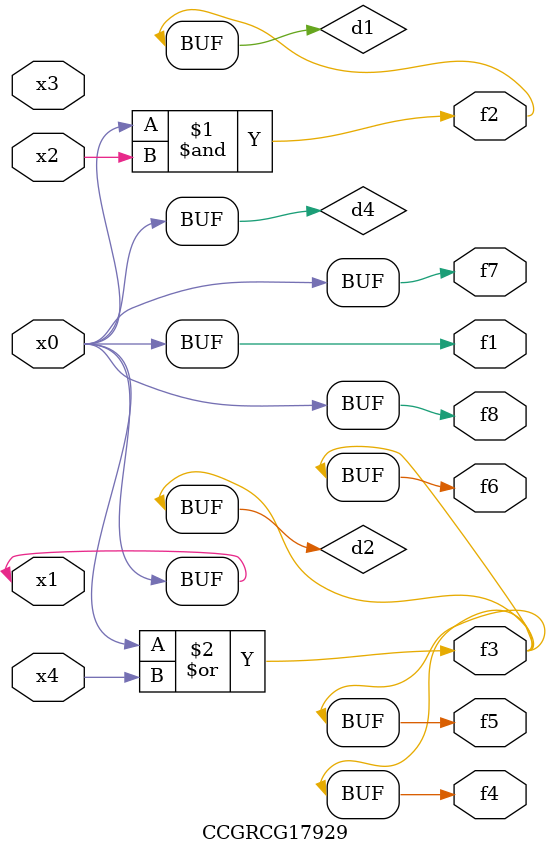
<source format=v>
module CCGRCG17929(
	input x0, x1, x2, x3, x4,
	output f1, f2, f3, f4, f5, f6, f7, f8
);

	wire d1, d2, d3, d4;

	and (d1, x0, x2);
	or (d2, x0, x4);
	nand (d3, x0, x2);
	buf (d4, x0, x1);
	assign f1 = d4;
	assign f2 = d1;
	assign f3 = d2;
	assign f4 = d2;
	assign f5 = d2;
	assign f6 = d2;
	assign f7 = d4;
	assign f8 = d4;
endmodule

</source>
